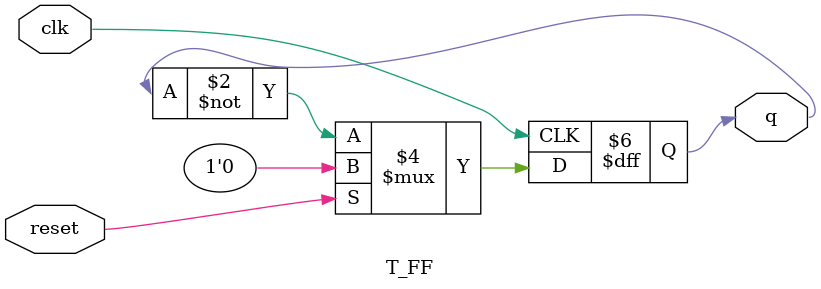
<source format=v>
module T_FF(q,clk,reset);
input clk, reset ;
output reg q ;
always@(negedge clk )
begin 
    if (reset)
        begin
        q<=1'b0;
        end
    
    else
        begin
        q <= ~q ;
        end
    
end
endmodule
</source>
